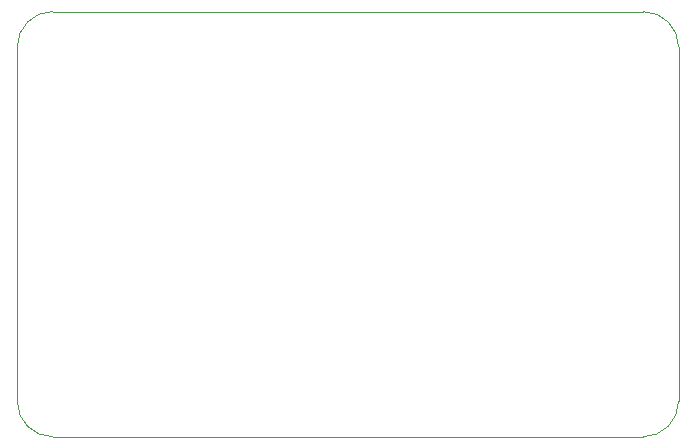
<source format=gbr>
%TF.GenerationSoftware,KiCad,Pcbnew,7.0.5*%
%TF.CreationDate,2023-08-08T21:03:55-06:00*%
%TF.ProjectId,STM32PlayBoard_v1,53544d33-3250-46c6-9179-426f6172645f,rev?*%
%TF.SameCoordinates,Original*%
%TF.FileFunction,Profile,NP*%
%FSLAX46Y46*%
G04 Gerber Fmt 4.6, Leading zero omitted, Abs format (unit mm)*
G04 Created by KiCad (PCBNEW 7.0.5) date 2023-08-08 21:03:55*
%MOMM*%
%LPD*%
G01*
G04 APERTURE LIST*
%TA.AperFunction,Profile*%
%ADD10C,0.100000*%
%TD*%
G04 APERTURE END LIST*
D10*
X74000000Y-97000000D02*
X24000000Y-97000000D01*
X21000000Y-94000000D02*
G75*
G03*
X24000000Y-97000000I3000000J0D01*
G01*
X21000000Y-94000000D02*
X21000000Y-64000000D01*
X77000000Y-94000000D02*
X77000000Y-64000000D01*
X24000000Y-61000000D02*
G75*
G03*
X21000000Y-64000000I0J-3000000D01*
G01*
X77000000Y-64000000D02*
G75*
G03*
X74000000Y-61000000I-3000000J0D01*
G01*
X74000000Y-97000000D02*
G75*
G03*
X77000000Y-94000000I0J3000000D01*
G01*
X74000000Y-61000000D02*
X24000000Y-61000000D01*
M02*

</source>
